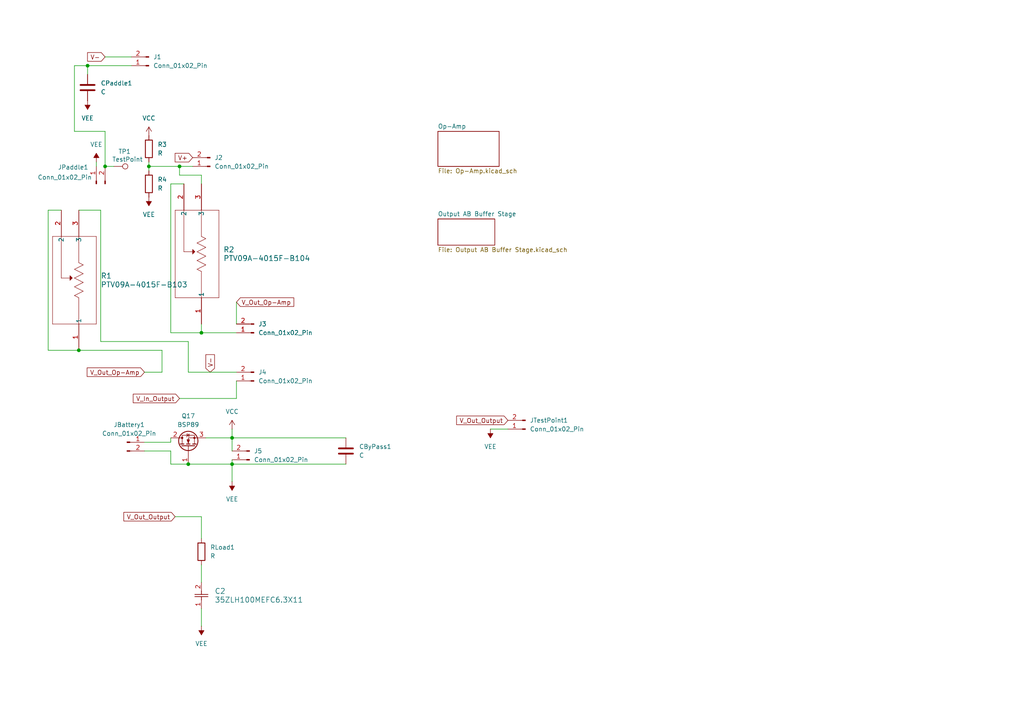
<source format=kicad_sch>
(kicad_sch
	(version 20250114)
	(generator "eeschema")
	(generator_version "9.0")
	(uuid "ae7489fb-4acd-4c47-9498-30070a4fb91b")
	(paper "A4")
	(lib_symbols
		(symbol "2025-11-17_23-20-27:PTV09A-4015F-B104"
			(pin_names
				(offset 0.254)
			)
			(exclude_from_sim no)
			(in_bom yes)
			(on_board yes)
			(property "Reference" "R"
				(at 20.32 12.7 0)
				(effects
					(font
						(size 1.524 1.524)
					)
				)
			)
			(property "Value" "PTV09A-4015F-B104"
				(at 20.32 10.16 0)
				(effects
					(font
						(size 1.524 1.524)
					)
				)
			)
			(property "Footprint" "PTV09A-4015F-B104_BRN"
				(at 0 0 0)
				(effects
					(font
						(size 1.27 1.27)
						(italic yes)
					)
					(hide yes)
				)
			)
			(property "Datasheet" "PTV09A-4015F-B104"
				(at 0 0 0)
				(effects
					(font
						(size 1.27 1.27)
						(italic yes)
					)
					(hide yes)
				)
			)
			(property "Description" ""
				(at 0 0 0)
				(effects
					(font
						(size 1.27 1.27)
					)
					(hide yes)
				)
			)
			(property "ki_locked" ""
				(at 0 0 0)
				(effects
					(font
						(size 1.27 1.27)
					)
				)
			)
			(property "ki_keywords" "PTV09A-4015F-B104"
				(at 0 0 0)
				(effects
					(font
						(size 1.27 1.27)
					)
					(hide yes)
				)
			)
			(property "ki_fp_filters" "PTV09A-4015F-B104_BRN"
				(at 0 0 0)
				(effects
					(font
						(size 1.27 1.27)
					)
					(hide yes)
				)
			)
			(symbol "PTV09A-4015F-B104_0_1"
				(polyline
					(pts
						(xy 7.62 7.62) (xy 7.62 -5.08)
					)
					(stroke
						(width 0.127)
						(type default)
					)
					(fill
						(type none)
					)
				)
				(polyline
					(pts
						(xy 7.62 0) (xy 15.24 0)
					)
					(stroke
						(width 0.127)
						(type default)
					)
					(fill
						(type none)
					)
				)
				(polyline
					(pts
						(xy 7.62 -5.08) (xy 33.02 -5.08)
					)
					(stroke
						(width 0.127)
						(type default)
					)
					(fill
						(type none)
					)
				)
				(polyline
					(pts
						(xy 15.875 1.27) (xy 15.24 0)
					)
					(stroke
						(width 0.127)
						(type default)
					)
					(fill
						(type none)
					)
				)
				(polyline
					(pts
						(xy 17.145 -1.27) (xy 15.875 1.27)
					)
					(stroke
						(width 0.127)
						(type default)
					)
					(fill
						(type none)
					)
				)
				(polyline
					(pts
						(xy 18.415 1.27) (xy 17.145 -1.27)
					)
					(stroke
						(width 0.127)
						(type default)
					)
					(fill
						(type none)
					)
				)
				(polyline
					(pts
						(xy 19.685 -1.27) (xy 18.415 1.27)
					)
					(stroke
						(width 0.127)
						(type default)
					)
					(fill
						(type none)
					)
				)
				(polyline
					(pts
						(xy 20.32 2.54) (xy 21.59 2.54) (xy 20.955 1.905)
					)
					(stroke
						(width 0)
						(type default)
					)
					(fill
						(type outline)
					)
				)
				(polyline
					(pts
						(xy 20.955 2.54) (xy 20.955 5.08)
					)
					(stroke
						(width 0.127)
						(type default)
					)
					(fill
						(type none)
					)
				)
				(polyline
					(pts
						(xy 20.955 1.905) (xy 20.32 2.54)
					)
					(stroke
						(width 0.127)
						(type default)
					)
					(fill
						(type none)
					)
				)
				(polyline
					(pts
						(xy 20.955 1.905) (xy 21.59 2.54)
					)
					(stroke
						(width 0.127)
						(type default)
					)
					(fill
						(type none)
					)
				)
				(polyline
					(pts
						(xy 20.955 1.27) (xy 19.685 -1.27)
					)
					(stroke
						(width 0.127)
						(type default)
					)
					(fill
						(type none)
					)
				)
				(polyline
					(pts
						(xy 20.955 1.27) (xy 22.225 -1.27)
					)
					(stroke
						(width 0.127)
						(type default)
					)
					(fill
						(type none)
					)
				)
				(polyline
					(pts
						(xy 21.59 2.54) (xy 20.32 2.54)
					)
					(stroke
						(width 0.127)
						(type default)
					)
					(fill
						(type none)
					)
				)
				(polyline
					(pts
						(xy 22.225 -1.27) (xy 23.495 1.27)
					)
					(stroke
						(width 0.127)
						(type default)
					)
					(fill
						(type none)
					)
				)
				(polyline
					(pts
						(xy 23.495 1.27) (xy 24.765 -1.27)
					)
					(stroke
						(width 0.127)
						(type default)
					)
					(fill
						(type none)
					)
				)
				(polyline
					(pts
						(xy 24.765 -1.27) (xy 25.4 0)
					)
					(stroke
						(width 0.127)
						(type default)
					)
					(fill
						(type none)
					)
				)
				(polyline
					(pts
						(xy 33.02 7.62) (xy 7.62 7.62)
					)
					(stroke
						(width 0.127)
						(type default)
					)
					(fill
						(type none)
					)
				)
				(polyline
					(pts
						(xy 33.02 5.08) (xy 20.955 5.08)
					)
					(stroke
						(width 0.127)
						(type default)
					)
					(fill
						(type none)
					)
				)
				(polyline
					(pts
						(xy 33.02 0) (xy 25.4 0)
					)
					(stroke
						(width 0.127)
						(type default)
					)
					(fill
						(type none)
					)
				)
				(polyline
					(pts
						(xy 33.02 -5.08) (xy 33.02 7.62)
					)
					(stroke
						(width 0.127)
						(type default)
					)
					(fill
						(type none)
					)
				)
				(pin unspecified line
					(at 0 0 0)
					(length 7.62)
					(name "1"
						(effects
							(font
								(size 1.27 1.27)
							)
						)
					)
					(number "1"
						(effects
							(font
								(size 1.27 1.27)
							)
						)
					)
				)
				(pin unspecified line
					(at 40.64 5.08 180)
					(length 7.62)
					(name "2"
						(effects
							(font
								(size 1.27 1.27)
							)
						)
					)
					(number "2"
						(effects
							(font
								(size 1.27 1.27)
							)
						)
					)
				)
				(pin unspecified line
					(at 40.64 0 180)
					(length 7.62)
					(name "3"
						(effects
							(font
								(size 1.27 1.27)
							)
						)
					)
					(number "3"
						(effects
							(font
								(size 1.27 1.27)
							)
						)
					)
				)
			)
			(embedded_fonts no)
		)
		(symbol "2025-11-18_22-05-50:35ZLH100MEFC6.3X11"
			(pin_names
				(offset 0.254)
			)
			(exclude_from_sim no)
			(in_bom yes)
			(on_board yes)
			(property "Reference" "C"
				(at 3.81 3.81 0)
				(effects
					(font
						(size 1.524 1.524)
					)
				)
			)
			(property "Value" "35ZLH100MEFC6.3X11"
				(at 3.81 -3.81 0)
				(effects
					(font
						(size 1.524 1.524)
					)
				)
			)
			(property "Footprint" "CAP_YX_6P3X11_RUB"
				(at 0 0 0)
				(effects
					(font
						(size 1.27 1.27)
						(italic yes)
					)
					(hide yes)
				)
			)
			(property "Datasheet" "35ZLH100MEFC6.3X11"
				(at 0 0 0)
				(effects
					(font
						(size 1.27 1.27)
						(italic yes)
					)
					(hide yes)
				)
			)
			(property "Description" ""
				(at 0 0 0)
				(effects
					(font
						(size 1.27 1.27)
					)
					(hide yes)
				)
			)
			(property "ki_locked" ""
				(at 0 0 0)
				(effects
					(font
						(size 1.27 1.27)
					)
				)
			)
			(property "ki_keywords" "35ZLH100MEFC6.3X11"
				(at 0 0 0)
				(effects
					(font
						(size 1.27 1.27)
					)
					(hide yes)
				)
			)
			(property "ki_fp_filters" "CAP_YX_6P3X11_RUB"
				(at 0 0 0)
				(effects
					(font
						(size 1.27 1.27)
					)
					(hide yes)
				)
			)
			(symbol "35ZLH100MEFC6.3X11_1_1"
				(polyline
					(pts
						(xy 2.54 0) (xy 3.4798 0)
					)
					(stroke
						(width 0.2032)
						(type default)
					)
					(fill
						(type none)
					)
				)
				(polyline
					(pts
						(xy 3.4798 -1.905) (xy 3.4798 1.905)
					)
					(stroke
						(width 0.2032)
						(type default)
					)
					(fill
						(type none)
					)
				)
				(polyline
					(pts
						(xy 4.1148 0) (xy 5.08 0)
					)
					(stroke
						(width 0.2032)
						(type default)
					)
					(fill
						(type none)
					)
				)
				(polyline
					(pts
						(xy 4.1148 -1.905) (xy 4.1148 1.905)
					)
					(stroke
						(width 0.2032)
						(type default)
					)
					(fill
						(type none)
					)
				)
				(pin unspecified line
					(at 0 0 0)
					(length 2.54)
					(name ""
						(effects
							(font
								(size 1.27 1.27)
							)
						)
					)
					(number "1"
						(effects
							(font
								(size 1.27 1.27)
							)
						)
					)
				)
				(pin unspecified line
					(at 7.62 0 180)
					(length 2.54)
					(name ""
						(effects
							(font
								(size 1.27 1.27)
							)
						)
					)
					(number "2"
						(effects
							(font
								(size 1.27 1.27)
							)
						)
					)
				)
			)
			(symbol "35ZLH100MEFC6.3X11_1_2"
				(polyline
					(pts
						(xy -1.905 -3.4798) (xy 1.905 -3.4798)
					)
					(stroke
						(width 0.2032)
						(type default)
					)
					(fill
						(type none)
					)
				)
				(polyline
					(pts
						(xy -1.905 -4.1148) (xy 1.905 -4.1148)
					)
					(stroke
						(width 0.2032)
						(type default)
					)
					(fill
						(type none)
					)
				)
				(polyline
					(pts
						(xy 0 -2.54) (xy 0 -3.4798)
					)
					(stroke
						(width 0.2032)
						(type default)
					)
					(fill
						(type none)
					)
				)
				(polyline
					(pts
						(xy 0 -4.1148) (xy 0 -5.08)
					)
					(stroke
						(width 0.2032)
						(type default)
					)
					(fill
						(type none)
					)
				)
				(pin unspecified line
					(at 0 0 270)
					(length 2.54)
					(name ""
						(effects
							(font
								(size 1.27 1.27)
							)
						)
					)
					(number "1"
						(effects
							(font
								(size 1.27 1.27)
							)
						)
					)
				)
				(pin unspecified line
					(at 0 -7.62 90)
					(length 2.54)
					(name ""
						(effects
							(font
								(size 1.27 1.27)
							)
						)
					)
					(number "2"
						(effects
							(font
								(size 1.27 1.27)
							)
						)
					)
				)
			)
			(embedded_fonts no)
		)
		(symbol "Connector:Conn_01x02_Pin"
			(pin_names
				(offset 1.016)
				(hide yes)
			)
			(exclude_from_sim no)
			(in_bom yes)
			(on_board yes)
			(property "Reference" "J"
				(at 0 2.54 0)
				(effects
					(font
						(size 1.27 1.27)
					)
				)
			)
			(property "Value" "Conn_01x02_Pin"
				(at 0 -5.08 0)
				(effects
					(font
						(size 1.27 1.27)
					)
				)
			)
			(property "Footprint" ""
				(at 0 0 0)
				(effects
					(font
						(size 1.27 1.27)
					)
					(hide yes)
				)
			)
			(property "Datasheet" "~"
				(at 0 0 0)
				(effects
					(font
						(size 1.27 1.27)
					)
					(hide yes)
				)
			)
			(property "Description" "Generic connector, single row, 01x02, script generated"
				(at 0 0 0)
				(effects
					(font
						(size 1.27 1.27)
					)
					(hide yes)
				)
			)
			(property "ki_locked" ""
				(at 0 0 0)
				(effects
					(font
						(size 1.27 1.27)
					)
				)
			)
			(property "ki_keywords" "connector"
				(at 0 0 0)
				(effects
					(font
						(size 1.27 1.27)
					)
					(hide yes)
				)
			)
			(property "ki_fp_filters" "Connector*:*_1x??_*"
				(at 0 0 0)
				(effects
					(font
						(size 1.27 1.27)
					)
					(hide yes)
				)
			)
			(symbol "Conn_01x02_Pin_1_1"
				(rectangle
					(start 0.8636 0.127)
					(end 0 -0.127)
					(stroke
						(width 0.1524)
						(type default)
					)
					(fill
						(type outline)
					)
				)
				(rectangle
					(start 0.8636 -2.413)
					(end 0 -2.667)
					(stroke
						(width 0.1524)
						(type default)
					)
					(fill
						(type outline)
					)
				)
				(polyline
					(pts
						(xy 1.27 0) (xy 0.8636 0)
					)
					(stroke
						(width 0.1524)
						(type default)
					)
					(fill
						(type none)
					)
				)
				(polyline
					(pts
						(xy 1.27 -2.54) (xy 0.8636 -2.54)
					)
					(stroke
						(width 0.1524)
						(type default)
					)
					(fill
						(type none)
					)
				)
				(pin passive line
					(at 5.08 0 180)
					(length 3.81)
					(name "Pin_1"
						(effects
							(font
								(size 1.27 1.27)
							)
						)
					)
					(number "1"
						(effects
							(font
								(size 1.27 1.27)
							)
						)
					)
				)
				(pin passive line
					(at 5.08 -2.54 180)
					(length 3.81)
					(name "Pin_2"
						(effects
							(font
								(size 1.27 1.27)
							)
						)
					)
					(number "2"
						(effects
							(font
								(size 1.27 1.27)
							)
						)
					)
				)
			)
			(embedded_fonts no)
		)
		(symbol "Connector:TestPoint"
			(pin_numbers
				(hide yes)
			)
			(pin_names
				(offset 0.762)
				(hide yes)
			)
			(exclude_from_sim no)
			(in_bom yes)
			(on_board yes)
			(property "Reference" "TP"
				(at 0 6.858 0)
				(effects
					(font
						(size 1.27 1.27)
					)
				)
			)
			(property "Value" "TestPoint"
				(at 0 5.08 0)
				(effects
					(font
						(size 1.27 1.27)
					)
				)
			)
			(property "Footprint" ""
				(at 5.08 0 0)
				(effects
					(font
						(size 1.27 1.27)
					)
					(hide yes)
				)
			)
			(property "Datasheet" "~"
				(at 5.08 0 0)
				(effects
					(font
						(size 1.27 1.27)
					)
					(hide yes)
				)
			)
			(property "Description" "test point"
				(at 0 0 0)
				(effects
					(font
						(size 1.27 1.27)
					)
					(hide yes)
				)
			)
			(property "ki_keywords" "test point tp"
				(at 0 0 0)
				(effects
					(font
						(size 1.27 1.27)
					)
					(hide yes)
				)
			)
			(property "ki_fp_filters" "Pin* Test*"
				(at 0 0 0)
				(effects
					(font
						(size 1.27 1.27)
					)
					(hide yes)
				)
			)
			(symbol "TestPoint_0_1"
				(circle
					(center 0 3.302)
					(radius 0.762)
					(stroke
						(width 0)
						(type default)
					)
					(fill
						(type none)
					)
				)
			)
			(symbol "TestPoint_1_1"
				(pin passive line
					(at 0 0 90)
					(length 2.54)
					(name "1"
						(effects
							(font
								(size 1.27 1.27)
							)
						)
					)
					(number "1"
						(effects
							(font
								(size 1.27 1.27)
							)
						)
					)
				)
			)
			(embedded_fonts no)
		)
		(symbol "Device:C"
			(pin_numbers
				(hide yes)
			)
			(pin_names
				(offset 0.254)
			)
			(exclude_from_sim no)
			(in_bom yes)
			(on_board yes)
			(property "Reference" "C"
				(at 0.635 2.54 0)
				(effects
					(font
						(size 1.27 1.27)
					)
					(justify left)
				)
			)
			(property "Value" "C"
				(at 0.635 -2.54 0)
				(effects
					(font
						(size 1.27 1.27)
					)
					(justify left)
				)
			)
			(property "Footprint" ""
				(at 0.9652 -3.81 0)
				(effects
					(font
						(size 1.27 1.27)
					)
					(hide yes)
				)
			)
			(property "Datasheet" "~"
				(at 0 0 0)
				(effects
					(font
						(size 1.27 1.27)
					)
					(hide yes)
				)
			)
			(property "Description" "Unpolarized capacitor"
				(at 0 0 0)
				(effects
					(font
						(size 1.27 1.27)
					)
					(hide yes)
				)
			)
			(property "ki_keywords" "cap capacitor"
				(at 0 0 0)
				(effects
					(font
						(size 1.27 1.27)
					)
					(hide yes)
				)
			)
			(property "ki_fp_filters" "C_*"
				(at 0 0 0)
				(effects
					(font
						(size 1.27 1.27)
					)
					(hide yes)
				)
			)
			(symbol "C_0_1"
				(polyline
					(pts
						(xy -2.032 0.762) (xy 2.032 0.762)
					)
					(stroke
						(width 0.508)
						(type default)
					)
					(fill
						(type none)
					)
				)
				(polyline
					(pts
						(xy -2.032 -0.762) (xy 2.032 -0.762)
					)
					(stroke
						(width 0.508)
						(type default)
					)
					(fill
						(type none)
					)
				)
			)
			(symbol "C_1_1"
				(pin passive line
					(at 0 3.81 270)
					(length 2.794)
					(name "~"
						(effects
							(font
								(size 1.27 1.27)
							)
						)
					)
					(number "1"
						(effects
							(font
								(size 1.27 1.27)
							)
						)
					)
				)
				(pin passive line
					(at 0 -3.81 90)
					(length 2.794)
					(name "~"
						(effects
							(font
								(size 1.27 1.27)
							)
						)
					)
					(number "2"
						(effects
							(font
								(size 1.27 1.27)
							)
						)
					)
				)
			)
			(embedded_fonts no)
		)
		(symbol "Device:R"
			(pin_numbers
				(hide yes)
			)
			(pin_names
				(offset 0)
			)
			(exclude_from_sim no)
			(in_bom yes)
			(on_board yes)
			(property "Reference" "R"
				(at 2.032 0 90)
				(effects
					(font
						(size 1.27 1.27)
					)
				)
			)
			(property "Value" "R"
				(at 0 0 90)
				(effects
					(font
						(size 1.27 1.27)
					)
				)
			)
			(property "Footprint" ""
				(at -1.778 0 90)
				(effects
					(font
						(size 1.27 1.27)
					)
					(hide yes)
				)
			)
			(property "Datasheet" "~"
				(at 0 0 0)
				(effects
					(font
						(size 1.27 1.27)
					)
					(hide yes)
				)
			)
			(property "Description" "Resistor"
				(at 0 0 0)
				(effects
					(font
						(size 1.27 1.27)
					)
					(hide yes)
				)
			)
			(property "ki_keywords" "R res resistor"
				(at 0 0 0)
				(effects
					(font
						(size 1.27 1.27)
					)
					(hide yes)
				)
			)
			(property "ki_fp_filters" "R_*"
				(at 0 0 0)
				(effects
					(font
						(size 1.27 1.27)
					)
					(hide yes)
				)
			)
			(symbol "R_0_1"
				(rectangle
					(start -1.016 -2.54)
					(end 1.016 2.54)
					(stroke
						(width 0.254)
						(type default)
					)
					(fill
						(type none)
					)
				)
			)
			(symbol "R_1_1"
				(pin passive line
					(at 0 3.81 270)
					(length 1.27)
					(name "~"
						(effects
							(font
								(size 1.27 1.27)
							)
						)
					)
					(number "1"
						(effects
							(font
								(size 1.27 1.27)
							)
						)
					)
				)
				(pin passive line
					(at 0 -3.81 90)
					(length 1.27)
					(name "~"
						(effects
							(font
								(size 1.27 1.27)
							)
						)
					)
					(number "2"
						(effects
							(font
								(size 1.27 1.27)
							)
						)
					)
				)
			)
			(embedded_fonts no)
		)
		(symbol "Transistor_FET:BSP89"
			(pin_names
				(hide yes)
			)
			(exclude_from_sim no)
			(in_bom yes)
			(on_board yes)
			(property "Reference" "Q"
				(at 5.08 1.905 0)
				(effects
					(font
						(size 1.27 1.27)
					)
					(justify left)
				)
			)
			(property "Value" "BSP89"
				(at 5.08 0 0)
				(effects
					(font
						(size 1.27 1.27)
					)
					(justify left)
				)
			)
			(property "Footprint" "Package_TO_SOT_SMD:SOT-223-3_TabPin2"
				(at 5.08 -1.905 0)
				(effects
					(font
						(size 1.27 1.27)
						(italic yes)
					)
					(justify left)
					(hide yes)
				)
			)
			(property "Datasheet" "https://www.infineon.com/dgdl/Infineon-BSP89-DS-v02_02-en.pdf?fileId=db3a30433b47825b013b4b8a07f90d55"
				(at 5.08 -3.81 0)
				(effects
					(font
						(size 1.27 1.27)
					)
					(justify left)
					(hide yes)
				)
			)
			(property "Description" "0.35A Id, 240V Vds, N-Channel Enhancement Mode MOSFET, SOT-223"
				(at 0 0 0)
				(effects
					(font
						(size 1.27 1.27)
					)
					(hide yes)
				)
			)
			(property "ki_keywords" "N-Channel MOSFET"
				(at 0 0 0)
				(effects
					(font
						(size 1.27 1.27)
					)
					(hide yes)
				)
			)
			(property "ki_fp_filters" "SOT?223*"
				(at 0 0 0)
				(effects
					(font
						(size 1.27 1.27)
					)
					(hide yes)
				)
			)
			(symbol "BSP89_0_1"
				(polyline
					(pts
						(xy 0.254 1.905) (xy 0.254 -1.905)
					)
					(stroke
						(width 0.254)
						(type default)
					)
					(fill
						(type none)
					)
				)
				(polyline
					(pts
						(xy 0.254 0) (xy -2.54 0)
					)
					(stroke
						(width 0)
						(type default)
					)
					(fill
						(type none)
					)
				)
				(polyline
					(pts
						(xy 0.762 2.286) (xy 0.762 1.27)
					)
					(stroke
						(width 0.254)
						(type default)
					)
					(fill
						(type none)
					)
				)
				(polyline
					(pts
						(xy 0.762 0.508) (xy 0.762 -0.508)
					)
					(stroke
						(width 0.254)
						(type default)
					)
					(fill
						(type none)
					)
				)
				(polyline
					(pts
						(xy 0.762 -1.27) (xy 0.762 -2.286)
					)
					(stroke
						(width 0.254)
						(type default)
					)
					(fill
						(type none)
					)
				)
				(polyline
					(pts
						(xy 0.762 -1.778) (xy 3.302 -1.778) (xy 3.302 1.778) (xy 0.762 1.778)
					)
					(stroke
						(width 0)
						(type default)
					)
					(fill
						(type none)
					)
				)
				(polyline
					(pts
						(xy 1.016 0) (xy 2.032 0.381) (xy 2.032 -0.381) (xy 1.016 0)
					)
					(stroke
						(width 0)
						(type default)
					)
					(fill
						(type outline)
					)
				)
				(circle
					(center 1.651 0)
					(radius 2.794)
					(stroke
						(width 0.254)
						(type default)
					)
					(fill
						(type none)
					)
				)
				(polyline
					(pts
						(xy 2.54 2.54) (xy 2.54 1.778)
					)
					(stroke
						(width 0)
						(type default)
					)
					(fill
						(type none)
					)
				)
				(circle
					(center 2.54 1.778)
					(radius 0.254)
					(stroke
						(width 0)
						(type default)
					)
					(fill
						(type outline)
					)
				)
				(circle
					(center 2.54 -1.778)
					(radius 0.254)
					(stroke
						(width 0)
						(type default)
					)
					(fill
						(type outline)
					)
				)
				(polyline
					(pts
						(xy 2.54 -2.54) (xy 2.54 0) (xy 0.762 0)
					)
					(stroke
						(width 0)
						(type default)
					)
					(fill
						(type none)
					)
				)
				(polyline
					(pts
						(xy 2.794 0.508) (xy 2.921 0.381) (xy 3.683 0.381) (xy 3.81 0.254)
					)
					(stroke
						(width 0)
						(type default)
					)
					(fill
						(type none)
					)
				)
				(polyline
					(pts
						(xy 3.302 0.381) (xy 2.921 -0.254) (xy 3.683 -0.254) (xy 3.302 0.381)
					)
					(stroke
						(width 0)
						(type default)
					)
					(fill
						(type none)
					)
				)
			)
			(symbol "BSP89_1_1"
				(pin input line
					(at -5.08 0 0)
					(length 2.54)
					(name "G"
						(effects
							(font
								(size 1.27 1.27)
							)
						)
					)
					(number "1"
						(effects
							(font
								(size 1.27 1.27)
							)
						)
					)
				)
				(pin passive line
					(at 2.54 5.08 270)
					(length 2.54)
					(name "D"
						(effects
							(font
								(size 1.27 1.27)
							)
						)
					)
					(number "2"
						(effects
							(font
								(size 1.27 1.27)
							)
						)
					)
				)
				(pin passive line
					(at 2.54 -5.08 90)
					(length 2.54)
					(name "S"
						(effects
							(font
								(size 1.27 1.27)
							)
						)
					)
					(number "3"
						(effects
							(font
								(size 1.27 1.27)
							)
						)
					)
				)
			)
			(embedded_fonts no)
		)
		(symbol "power:VCC"
			(power)
			(pin_numbers
				(hide yes)
			)
			(pin_names
				(offset 0)
				(hide yes)
			)
			(exclude_from_sim no)
			(in_bom yes)
			(on_board yes)
			(property "Reference" "#PWR"
				(at 0 -3.81 0)
				(effects
					(font
						(size 1.27 1.27)
					)
					(hide yes)
				)
			)
			(property "Value" "VCC"
				(at 0 3.556 0)
				(effects
					(font
						(size 1.27 1.27)
					)
				)
			)
			(property "Footprint" ""
				(at 0 0 0)
				(effects
					(font
						(size 1.27 1.27)
					)
					(hide yes)
				)
			)
			(property "Datasheet" ""
				(at 0 0 0)
				(effects
					(font
						(size 1.27 1.27)
					)
					(hide yes)
				)
			)
			(property "Description" "Power symbol creates a global label with name \"VCC\""
				(at 0 0 0)
				(effects
					(font
						(size 1.27 1.27)
					)
					(hide yes)
				)
			)
			(property "ki_keywords" "global power"
				(at 0 0 0)
				(effects
					(font
						(size 1.27 1.27)
					)
					(hide yes)
				)
			)
			(symbol "VCC_0_1"
				(polyline
					(pts
						(xy -0.762 1.27) (xy 0 2.54)
					)
					(stroke
						(width 0)
						(type default)
					)
					(fill
						(type none)
					)
				)
				(polyline
					(pts
						(xy 0 2.54) (xy 0.762 1.27)
					)
					(stroke
						(width 0)
						(type default)
					)
					(fill
						(type none)
					)
				)
				(polyline
					(pts
						(xy 0 0) (xy 0 2.54)
					)
					(stroke
						(width 0)
						(type default)
					)
					(fill
						(type none)
					)
				)
			)
			(symbol "VCC_1_1"
				(pin power_in line
					(at 0 0 90)
					(length 0)
					(name "~"
						(effects
							(font
								(size 1.27 1.27)
							)
						)
					)
					(number "1"
						(effects
							(font
								(size 1.27 1.27)
							)
						)
					)
				)
			)
			(embedded_fonts no)
		)
		(symbol "power:VEE"
			(power)
			(pin_numbers
				(hide yes)
			)
			(pin_names
				(offset 0)
				(hide yes)
			)
			(exclude_from_sim no)
			(in_bom yes)
			(on_board yes)
			(property "Reference" "#PWR"
				(at 0 -3.81 0)
				(effects
					(font
						(size 1.27 1.27)
					)
					(hide yes)
				)
			)
			(property "Value" "VEE"
				(at 0 3.556 0)
				(effects
					(font
						(size 1.27 1.27)
					)
				)
			)
			(property "Footprint" ""
				(at 0 0 0)
				(effects
					(font
						(size 1.27 1.27)
					)
					(hide yes)
				)
			)
			(property "Datasheet" ""
				(at 0 0 0)
				(effects
					(font
						(size 1.27 1.27)
					)
					(hide yes)
				)
			)
			(property "Description" "Power symbol creates a global label with name \"VEE\""
				(at 0 0 0)
				(effects
					(font
						(size 1.27 1.27)
					)
					(hide yes)
				)
			)
			(property "ki_keywords" "global power"
				(at 0 0 0)
				(effects
					(font
						(size 1.27 1.27)
					)
					(hide yes)
				)
			)
			(symbol "VEE_0_1"
				(polyline
					(pts
						(xy 0 0) (xy 0 2.54)
					)
					(stroke
						(width 0)
						(type default)
					)
					(fill
						(type none)
					)
				)
				(polyline
					(pts
						(xy 0.762 1.27) (xy -0.762 1.27) (xy 0 2.54) (xy 0.762 1.27)
					)
					(stroke
						(width 0)
						(type default)
					)
					(fill
						(type outline)
					)
				)
			)
			(symbol "VEE_1_1"
				(pin power_in line
					(at 0 0 90)
					(length 0)
					(name "~"
						(effects
							(font
								(size 1.27 1.27)
							)
						)
					)
					(number "1"
						(effects
							(font
								(size 1.27 1.27)
							)
						)
					)
				)
			)
			(embedded_fonts no)
		)
	)
	(junction
		(at 25.4 19.05)
		(diameter 0)
		(color 0 0 0 0)
		(uuid "2113c0f9-27de-4184-94e1-698374908d2d")
	)
	(junction
		(at 43.18 48.26)
		(diameter 0)
		(color 0 0 0 0)
		(uuid "236075d2-8186-4742-8028-f6fe854c08e1")
	)
	(junction
		(at 30.48 48.26)
		(diameter 0)
		(color 0 0 0 0)
		(uuid "52d5f098-cb18-419b-9a6d-2c71635205ce")
	)
	(junction
		(at 52.07 48.26)
		(diameter 0)
		(color 0 0 0 0)
		(uuid "8baaa89c-b18a-4d81-95be-3b6800046993")
	)
	(junction
		(at 54.61 134.62)
		(diameter 0)
		(color 0 0 0 0)
		(uuid "9910af26-cd21-4f1a-b712-6090b7834ed4")
	)
	(junction
		(at 67.31 134.62)
		(diameter 0)
		(color 0 0 0 0)
		(uuid "a3316c32-024a-428b-8b1f-28977004ebd1")
	)
	(junction
		(at 67.31 127)
		(diameter 0)
		(color 0 0 0 0)
		(uuid "b647e352-4faa-422f-832d-38207c725f13")
	)
	(junction
		(at 58.42 96.52)
		(diameter 0)
		(color 0 0 0 0)
		(uuid "cadff739-f45a-4d41-b459-d2b9619d5cd1")
	)
	(junction
		(at 22.86 101.6)
		(diameter 0)
		(color 0 0 0 0)
		(uuid "f4b15696-9d37-4965-a856-b2f836edab51")
	)
	(wire
		(pts
			(xy 30.48 48.26) (xy 33.02 48.26)
		)
		(stroke
			(width 0)
			(type default)
		)
		(uuid "0f37538b-8bdf-4556-afc9-2c415df4b897")
	)
	(wire
		(pts
			(xy 54.61 99.06) (xy 54.61 107.95)
		)
		(stroke
			(width 0)
			(type default)
		)
		(uuid "114c1044-996a-463d-8425-46fb5082ae18")
	)
	(wire
		(pts
			(xy 49.53 134.62) (xy 54.61 134.62)
		)
		(stroke
			(width 0)
			(type default)
		)
		(uuid "129664e7-7a46-4dc7-8e84-cf7de92de319")
	)
	(wire
		(pts
			(xy 58.42 163.83) (xy 58.42 168.91)
		)
		(stroke
			(width 0)
			(type default)
		)
		(uuid "163b4122-0db6-4c6f-a36d-cb09e1c9cf7e")
	)
	(wire
		(pts
			(xy 27.94 48.26) (xy 27.94 46.99)
		)
		(stroke
			(width 0)
			(type default)
		)
		(uuid "1746e194-5e25-48e3-bd9d-27a9a3b8a83b")
	)
	(wire
		(pts
			(xy 25.4 19.05) (xy 38.1 19.05)
		)
		(stroke
			(width 0)
			(type default)
		)
		(uuid "177584b5-f8dd-400e-b484-04abd2285292")
	)
	(wire
		(pts
			(xy 21.59 38.1) (xy 30.48 38.1)
		)
		(stroke
			(width 0)
			(type default)
		)
		(uuid "1a34af87-d065-408b-ab19-d0a9f75c23ba")
	)
	(wire
		(pts
			(xy 13.97 101.6) (xy 22.86 101.6)
		)
		(stroke
			(width 0)
			(type default)
		)
		(uuid "1a8b1615-72ec-4812-9bed-08ac9a739edb")
	)
	(wire
		(pts
			(xy 22.86 60.96) (xy 29.21 60.96)
		)
		(stroke
			(width 0)
			(type default)
		)
		(uuid "2002dc00-f0bf-4227-b49a-31707797fc75")
	)
	(wire
		(pts
			(xy 49.53 128.27) (xy 49.53 127)
		)
		(stroke
			(width 0)
			(type default)
		)
		(uuid "201997a9-d8f6-4dc5-b320-142cfb2a9428")
	)
	(wire
		(pts
			(xy 49.53 96.52) (xy 58.42 96.52)
		)
		(stroke
			(width 0)
			(type default)
		)
		(uuid "20ff0161-77bf-40e9-8fc9-1bb2cf3d3f4e")
	)
	(wire
		(pts
			(xy 58.42 96.52) (xy 58.42 93.98)
		)
		(stroke
			(width 0)
			(type default)
		)
		(uuid "24184251-249f-46aa-aafd-d335b3d6cbae")
	)
	(wire
		(pts
			(xy 49.53 130.81) (xy 49.53 134.62)
		)
		(stroke
			(width 0)
			(type default)
		)
		(uuid "2525f0e4-d4ac-41d8-b2af-1c83f7ba1ae8")
	)
	(wire
		(pts
			(xy 58.42 149.86) (xy 50.8 149.86)
		)
		(stroke
			(width 0)
			(type default)
		)
		(uuid "2dfe7207-e3b6-4c8f-ae9f-434da93ce2da")
	)
	(wire
		(pts
			(xy 67.31 127) (xy 67.31 130.81)
		)
		(stroke
			(width 0)
			(type default)
		)
		(uuid "2ef92a79-29a7-4c9e-84de-56b5893602e9")
	)
	(wire
		(pts
			(xy 58.42 53.34) (xy 58.42 50.8)
		)
		(stroke
			(width 0)
			(type default)
		)
		(uuid "317056de-92ac-4fa6-94a2-8674ff6f64e1")
	)
	(wire
		(pts
			(xy 67.31 133.35) (xy 67.31 134.62)
		)
		(stroke
			(width 0)
			(type default)
		)
		(uuid "37f5734d-790d-4c8a-8941-f8b78a1831a0")
	)
	(wire
		(pts
			(xy 43.18 46.99) (xy 43.18 48.26)
		)
		(stroke
			(width 0)
			(type default)
		)
		(uuid "3a11753a-f9a0-481d-8dc8-3da4e04ca285")
	)
	(wire
		(pts
			(xy 13.97 60.96) (xy 13.97 101.6)
		)
		(stroke
			(width 0)
			(type default)
		)
		(uuid "3cf692af-57c4-429c-8bd6-dfd563e1e3af")
	)
	(wire
		(pts
			(xy 43.18 48.26) (xy 52.07 48.26)
		)
		(stroke
			(width 0)
			(type default)
		)
		(uuid "473f90a2-4bfb-4ab2-882f-d20f4ca734ed")
	)
	(wire
		(pts
			(xy 67.31 134.62) (xy 67.31 139.7)
		)
		(stroke
			(width 0)
			(type default)
		)
		(uuid "4771c7a5-a74e-4fa4-a188-7941e26bb1ca")
	)
	(wire
		(pts
			(xy 58.42 156.21) (xy 58.42 149.86)
		)
		(stroke
			(width 0)
			(type default)
		)
		(uuid "4e6a59f4-cc4b-45bc-be99-f1a7a1f45a07")
	)
	(wire
		(pts
			(xy 30.48 38.1) (xy 30.48 48.26)
		)
		(stroke
			(width 0)
			(type default)
		)
		(uuid "66cecaeb-fb1c-4ab6-8f83-8d62aa1c4a6f")
	)
	(wire
		(pts
			(xy 43.18 49.53) (xy 43.18 48.26)
		)
		(stroke
			(width 0)
			(type default)
		)
		(uuid "7b02f0cb-943d-4d43-bb80-f91f3a179455")
	)
	(wire
		(pts
			(xy 52.07 48.26) (xy 55.88 48.26)
		)
		(stroke
			(width 0)
			(type default)
		)
		(uuid "8181b36e-7da6-47ef-9628-fd8dc2655919")
	)
	(wire
		(pts
			(xy 29.21 99.06) (xy 54.61 99.06)
		)
		(stroke
			(width 0)
			(type default)
		)
		(uuid "89747acd-2345-4d4f-8191-680be976eaf9")
	)
	(wire
		(pts
			(xy 58.42 96.52) (xy 68.58 96.52)
		)
		(stroke
			(width 0)
			(type default)
		)
		(uuid "908ba199-4f2f-4bca-949b-036e1f0474e4")
	)
	(wire
		(pts
			(xy 41.91 130.81) (xy 49.53 130.81)
		)
		(stroke
			(width 0)
			(type default)
		)
		(uuid "918c8f62-b44f-4f2f-8960-996d90a24ab8")
	)
	(wire
		(pts
			(xy 100.33 134.62) (xy 67.31 134.62)
		)
		(stroke
			(width 0)
			(type default)
		)
		(uuid "922301da-fc8a-4af1-8540-6ccec11c4d14")
	)
	(wire
		(pts
			(xy 22.86 101.6) (xy 46.99 101.6)
		)
		(stroke
			(width 0)
			(type default)
		)
		(uuid "9262121f-26e6-451d-8777-a5ff85c45d83")
	)
	(wire
		(pts
			(xy 58.42 176.53) (xy 58.42 181.61)
		)
		(stroke
			(width 0)
			(type default)
		)
		(uuid "9277b104-4d36-4acd-b9e3-2a4473a82f37")
	)
	(wire
		(pts
			(xy 54.61 134.62) (xy 67.31 134.62)
		)
		(stroke
			(width 0)
			(type default)
		)
		(uuid "942f23f6-2df8-4a30-a218-7b63463f2efc")
	)
	(wire
		(pts
			(xy 52.07 50.8) (xy 52.07 48.26)
		)
		(stroke
			(width 0)
			(type default)
		)
		(uuid "a9029ad0-d55d-4435-8605-baf7fe060117")
	)
	(wire
		(pts
			(xy 49.53 53.34) (xy 49.53 96.52)
		)
		(stroke
			(width 0)
			(type default)
		)
		(uuid "a99a77ee-bd41-496a-9421-49f20d16489c")
	)
	(wire
		(pts
			(xy 46.99 101.6) (xy 46.99 107.95)
		)
		(stroke
			(width 0)
			(type default)
		)
		(uuid "ad7df97a-b578-4f46-822e-1f0ad2981eeb")
	)
	(wire
		(pts
			(xy 30.48 16.51) (xy 38.1 16.51)
		)
		(stroke
			(width 0)
			(type default)
		)
		(uuid "ae2808e0-12a2-4530-9c0d-7af02cb0b33c")
	)
	(wire
		(pts
			(xy 21.59 19.05) (xy 25.4 19.05)
		)
		(stroke
			(width 0)
			(type default)
		)
		(uuid "af6ce147-413b-46c9-8d1d-7ff25a19bbef")
	)
	(wire
		(pts
			(xy 46.99 107.95) (xy 41.91 107.95)
		)
		(stroke
			(width 0)
			(type default)
		)
		(uuid "b0cc14b7-77a8-4ca3-a6bf-f4249b87fa0b")
	)
	(wire
		(pts
			(xy 67.31 124.46) (xy 67.31 127)
		)
		(stroke
			(width 0)
			(type default)
		)
		(uuid "b919b6f8-65af-493a-afbb-69a0c5cb7369")
	)
	(wire
		(pts
			(xy 67.31 127) (xy 100.33 127)
		)
		(stroke
			(width 0)
			(type default)
		)
		(uuid "beda5341-246c-40ef-a30a-eed320ea8d03")
	)
	(wire
		(pts
			(xy 41.91 128.27) (xy 49.53 128.27)
		)
		(stroke
			(width 0)
			(type default)
		)
		(uuid "c1382c34-2325-4d2c-9aab-6893fab3b48a")
	)
	(wire
		(pts
			(xy 25.4 21.59) (xy 25.4 19.05)
		)
		(stroke
			(width 0)
			(type default)
		)
		(uuid "c2373e30-8180-4389-a9fe-1bc0d1acf9e3")
	)
	(wire
		(pts
			(xy 52.07 115.57) (xy 68.58 115.57)
		)
		(stroke
			(width 0)
			(type default)
		)
		(uuid "c31e10ec-5e12-43e4-92ed-d0210e8ed0a3")
	)
	(wire
		(pts
			(xy 53.34 53.34) (xy 49.53 53.34)
		)
		(stroke
			(width 0)
			(type default)
		)
		(uuid "c3c229ba-2475-4de3-8ff3-b57c89e1e1aa")
	)
	(wire
		(pts
			(xy 68.58 87.63) (xy 68.58 93.98)
		)
		(stroke
			(width 0)
			(type default)
		)
		(uuid "c99d33db-d9fe-4c4d-8909-60b7aaba60d4")
	)
	(wire
		(pts
			(xy 17.78 60.96) (xy 13.97 60.96)
		)
		(stroke
			(width 0)
			(type default)
		)
		(uuid "d511b47d-fa45-4ddc-bc7a-d811d115943b")
	)
	(wire
		(pts
			(xy 142.24 124.46) (xy 147.32 124.46)
		)
		(stroke
			(width 0)
			(type default)
		)
		(uuid "d757e638-7c68-4953-8615-f4b80523cb8b")
	)
	(wire
		(pts
			(xy 58.42 50.8) (xy 52.07 50.8)
		)
		(stroke
			(width 0)
			(type default)
		)
		(uuid "dac50127-207a-4a99-b21b-966ec6f22eaa")
	)
	(wire
		(pts
			(xy 54.61 107.95) (xy 68.58 107.95)
		)
		(stroke
			(width 0)
			(type default)
		)
		(uuid "db995a1a-c135-4e82-8ba6-fbe48a040d75")
	)
	(wire
		(pts
			(xy 68.58 115.57) (xy 68.58 110.49)
		)
		(stroke
			(width 0)
			(type default)
		)
		(uuid "eff7c21a-6b60-4520-8cae-518cab24cdf5")
	)
	(wire
		(pts
			(xy 21.59 19.05) (xy 21.59 38.1)
		)
		(stroke
			(width 0)
			(type default)
		)
		(uuid "f45f2862-0fb0-49d8-93b0-0a67d1dce9e5")
	)
	(wire
		(pts
			(xy 29.21 60.96) (xy 29.21 99.06)
		)
		(stroke
			(width 0)
			(type default)
		)
		(uuid "f951ecef-7fb3-4bd3-86ee-f2dbd350a4dc")
	)
	(wire
		(pts
			(xy 59.69 127) (xy 67.31 127)
		)
		(stroke
			(width 0)
			(type default)
		)
		(uuid "fd6e99c0-cb21-4d11-9d43-6f3dcbc6713f")
	)
	(global_label "V_Out_Output"
		(shape input)
		(at 50.8 149.86 180)
		(fields_autoplaced yes)
		(effects
			(font
				(size 1.27 1.27)
			)
			(justify right)
		)
		(uuid "716e864d-fcb7-4966-b5e4-fdc180e81079")
		(property "Intersheetrefs" "${INTERSHEET_REFS}"
			(at 35.3569 149.86 0)
			(effects
				(font
					(size 1.27 1.27)
				)
				(justify right)
				(hide yes)
			)
		)
	)
	(global_label "V-"
		(shape input)
		(at 30.48 16.51 180)
		(fields_autoplaced yes)
		(effects
			(font
				(size 1.27 1.27)
			)
			(justify right)
		)
		(uuid "a84e15e1-ac9f-4557-b6c0-79952f3b923c")
		(property "Intersheetrefs" "${INTERSHEET_REFS}"
			(at 24.8338 16.51 0)
			(effects
				(font
					(size 1.27 1.27)
				)
				(justify right)
				(hide yes)
			)
		)
	)
	(global_label "V-"
		(shape input)
		(at 60.96 107.95 90)
		(fields_autoplaced yes)
		(effects
			(font
				(size 1.27 1.27)
			)
			(justify left)
		)
		(uuid "ac496ca2-c31b-41f4-baae-9dc2db08e8c1")
		(property "Intersheetrefs" "${INTERSHEET_REFS}"
			(at 60.96 102.3038 90)
			(effects
				(font
					(size 1.27 1.27)
				)
				(justify left)
				(hide yes)
			)
		)
	)
	(global_label "V_In_Output"
		(shape input)
		(at 52.07 115.57 180)
		(fields_autoplaced yes)
		(effects
			(font
				(size 1.27 1.27)
			)
			(justify right)
		)
		(uuid "b1c7f312-cab0-4694-8f85-b8552d377128")
		(property "Intersheetrefs" "${INTERSHEET_REFS}"
			(at 38.0783 115.57 0)
			(effects
				(font
					(size 1.27 1.27)
				)
				(justify right)
				(hide yes)
			)
		)
	)
	(global_label "V_Out_Op-Amp"
		(shape input)
		(at 68.58 87.63 0)
		(fields_autoplaced yes)
		(effects
			(font
				(size 1.27 1.27)
			)
			(justify left)
		)
		(uuid "b9ef3553-2e42-4a3f-81cc-06f226da7d45")
		(property "Intersheetrefs" "${INTERSHEET_REFS}"
			(at 85.777 87.63 0)
			(effects
				(font
					(size 1.27 1.27)
				)
				(justify left)
				(hide yes)
			)
		)
	)
	(global_label "V_Out_Op-Amp"
		(shape input)
		(at 41.91 107.95 180)
		(fields_autoplaced yes)
		(effects
			(font
				(size 1.27 1.27)
			)
			(justify right)
		)
		(uuid "dc0f1577-2932-42ca-97f6-36cc37966f87")
		(property "Intersheetrefs" "${INTERSHEET_REFS}"
			(at 24.713 107.95 0)
			(effects
				(font
					(size 1.27 1.27)
				)
				(justify right)
				(hide yes)
			)
		)
	)
	(global_label "V_Out_Output"
		(shape input)
		(at 147.32 121.92 180)
		(fields_autoplaced yes)
		(effects
			(font
				(size 1.27 1.27)
			)
			(justify right)
		)
		(uuid "e61f5c83-1e25-495f-a5ba-94ecf4fabde2")
		(property "Intersheetrefs" "${INTERSHEET_REFS}"
			(at 131.8769 121.92 0)
			(effects
				(font
					(size 1.27 1.27)
				)
				(justify right)
				(hide yes)
			)
		)
	)
	(global_label "V+"
		(shape input)
		(at 55.88 45.72 180)
		(fields_autoplaced yes)
		(effects
			(font
				(size 1.27 1.27)
			)
			(justify right)
		)
		(uuid "f2dfaaa8-bc4c-4129-9257-7838118480ed")
		(property "Intersheetrefs" "${INTERSHEET_REFS}"
			(at 50.2338 45.72 0)
			(effects
				(font
					(size 1.27 1.27)
				)
				(justify right)
				(hide yes)
			)
		)
	)
	(symbol
		(lib_id "Device:C")
		(at 25.4 25.4 0)
		(unit 1)
		(exclude_from_sim no)
		(in_bom yes)
		(on_board yes)
		(dnp no)
		(fields_autoplaced yes)
		(uuid "006f5bb3-da8d-4ee4-92f2-68a85a58ad49")
		(property "Reference" "CPaddle1"
			(at 29.21 24.1299 0)
			(effects
				(font
					(size 1.27 1.27)
				)
				(justify left)
			)
		)
		(property "Value" "C"
			(at 29.21 26.6699 0)
			(effects
				(font
					(size 1.27 1.27)
				)
				(justify left)
			)
		)
		(property "Footprint" "ECA_1HHG330:CAPPRD200W50D500H1100"
			(at 26.3652 29.21 0)
			(effects
				(font
					(size 1.27 1.27)
				)
				(hide yes)
			)
		)
		(property "Datasheet" "~"
			(at 25.4 25.4 0)
			(effects
				(font
					(size 1.27 1.27)
				)
				(hide yes)
			)
		)
		(property "Description" "Unpolarized capacitor"
			(at 25.4 25.4 0)
			(effects
				(font
					(size 1.27 1.27)
				)
				(hide yes)
			)
		)
		(pin "2"
			(uuid "76b27108-e44e-4107-ba38-4a0a2b951c91")
		)
		(pin "1"
			(uuid "d680fcff-0e5b-4b03-833b-6489218638f1")
		)
		(instances
			(project "ECE 3660 Design Project"
				(path "/ae7489fb-4acd-4c47-9498-30070a4fb91b"
					(reference "CPaddle1")
					(unit 1)
				)
			)
		)
	)
	(symbol
		(lib_id "Device:R")
		(at 43.18 53.34 0)
		(unit 1)
		(exclude_from_sim no)
		(in_bom yes)
		(on_board yes)
		(dnp no)
		(fields_autoplaced yes)
		(uuid "0b1976f7-f122-490c-8a52-b07d4d95f3c9")
		(property "Reference" "R4"
			(at 45.72 52.0699 0)
			(effects
				(font
					(size 1.27 1.27)
				)
				(justify left)
			)
		)
		(property "Value" "R"
			(at 45.72 54.6099 0)
			(effects
				(font
					(size 1.27 1.27)
				)
				(justify left)
			)
		)
		(property "Footprint" "Resistor:YAG_MF25_YAG"
			(at 41.402 53.34 90)
			(effects
				(font
					(size 1.27 1.27)
				)
				(hide yes)
			)
		)
		(property "Datasheet" "~"
			(at 43.18 53.34 0)
			(effects
				(font
					(size 1.27 1.27)
				)
				(hide yes)
			)
		)
		(property "Description" "Resistor"
			(at 43.18 53.34 0)
			(effects
				(font
					(size 1.27 1.27)
				)
				(hide yes)
			)
		)
		(pin "1"
			(uuid "211774b8-5ab9-4979-bd5b-8e5791d73eac")
		)
		(pin "2"
			(uuid "de92bd54-2a42-4d54-8a08-e430863379df")
		)
		(instances
			(project "ECE 3660 Design Project"
				(path "/ae7489fb-4acd-4c47-9498-30070a4fb91b"
					(reference "R4")
					(unit 1)
				)
			)
		)
	)
	(symbol
		(lib_id "power:VEE")
		(at 58.42 181.61 180)
		(unit 1)
		(exclude_from_sim no)
		(in_bom yes)
		(on_board yes)
		(dnp no)
		(fields_autoplaced yes)
		(uuid "26e25a9e-3dc2-4f16-8a59-d56cf1988962")
		(property "Reference" "#PWR05"
			(at 58.42 177.8 0)
			(effects
				(font
					(size 1.27 1.27)
				)
				(hide yes)
			)
		)
		(property "Value" "VEE"
			(at 58.42 186.69 0)
			(effects
				(font
					(size 1.27 1.27)
				)
			)
		)
		(property "Footprint" ""
			(at 58.42 181.61 0)
			(effects
				(font
					(size 1.27 1.27)
				)
				(hide yes)
			)
		)
		(property "Datasheet" ""
			(at 58.42 181.61 0)
			(effects
				(font
					(size 1.27 1.27)
				)
				(hide yes)
			)
		)
		(property "Description" "Power symbol creates a global label with name \"VEE\""
			(at 58.42 181.61 0)
			(effects
				(font
					(size 1.27 1.27)
				)
				(hide yes)
			)
		)
		(pin "1"
			(uuid "da951d30-6806-48df-b86e-a060d0f8378e")
		)
		(instances
			(project "ECE 3660 Design Project"
				(path "/ae7489fb-4acd-4c47-9498-30070a4fb91b"
					(reference "#PWR05")
					(unit 1)
				)
			)
		)
	)
	(symbol
		(lib_id "Device:R")
		(at 58.42 160.02 0)
		(unit 1)
		(exclude_from_sim no)
		(in_bom yes)
		(on_board yes)
		(dnp no)
		(fields_autoplaced yes)
		(uuid "2cd5b311-46b2-498f-95d3-16c6df593ccc")
		(property "Reference" "RLoad1"
			(at 60.96 158.7499 0)
			(effects
				(font
					(size 1.27 1.27)
				)
				(justify left)
			)
		)
		(property "Value" "R"
			(at 60.96 161.2899 0)
			(effects
				(font
					(size 1.27 1.27)
				)
				(justify left)
			)
		)
		(property "Footprint" "Connector_Wire:SolderWire-0.1sqmm_1x02_P3.6mm_D0.4mm_OD1mm_Relief2x"
			(at 56.642 160.02 90)
			(effects
				(font
					(size 1.27 1.27)
				)
				(hide yes)
			)
		)
		(property "Datasheet" "~"
			(at 58.42 160.02 0)
			(effects
				(font
					(size 1.27 1.27)
				)
				(hide yes)
			)
		)
		(property "Description" "Resistor"
			(at 58.42 160.02 0)
			(effects
				(font
					(size 1.27 1.27)
				)
				(hide yes)
			)
		)
		(pin "2"
			(uuid "5498378d-7bca-4510-be5b-5d343b6433b3")
		)
		(pin "1"
			(uuid "89804a41-1aa9-4a37-acbb-fc420770d678")
		)
		(instances
			(project ""
				(path "/ae7489fb-4acd-4c47-9498-30070a4fb91b"
					(reference "RLoad1")
					(unit 1)
				)
			)
		)
	)
	(symbol
		(lib_id "2025-11-18_22-05-50:35ZLH100MEFC6.3X11")
		(at 58.42 176.53 90)
		(unit 1)
		(exclude_from_sim no)
		(in_bom yes)
		(on_board yes)
		(dnp no)
		(fields_autoplaced yes)
		(uuid "2ef7bb66-f008-47ac-a63b-f2594ffdf51a")
		(property "Reference" "C2"
			(at 62.23 171.4499 90)
			(effects
				(font
					(size 1.524 1.524)
				)
				(justify right)
			)
		)
		(property "Value" "35ZLH100MEFC6.3X11"
			(at 62.23 173.9899 90)
			(effects
				(font
					(size 1.524 1.524)
				)
				(justify right)
			)
		)
		(property "Footprint" "35ZLH100MEFC6_3X11:CAP_YX_6P3X11_RUB"
			(at 58.42 176.53 0)
			(effects
				(font
					(size 1.27 1.27)
					(italic yes)
				)
				(hide yes)
			)
		)
		(property "Datasheet" "35ZLH100MEFC6.3X11"
			(at 58.42 176.53 0)
			(effects
				(font
					(size 1.27 1.27)
					(italic yes)
				)
				(hide yes)
			)
		)
		(property "Description" ""
			(at 58.42 176.53 0)
			(effects
				(font
					(size 1.27 1.27)
				)
				(hide yes)
			)
		)
		(pin "1"
			(uuid "f502eaea-ce77-4c0a-9f5f-34b9f6777d49")
		)
		(pin "2"
			(uuid "f1f8aa37-55ec-4192-bb61-5c9592794e90")
		)
		(instances
			(project ""
				(path "/ae7489fb-4acd-4c47-9498-30070a4fb91b"
					(reference "C2")
					(unit 1)
				)
			)
		)
	)
	(symbol
		(lib_id "Connector:Conn_01x02_Pin")
		(at 43.18 19.05 180)
		(unit 1)
		(exclude_from_sim no)
		(in_bom yes)
		(on_board yes)
		(dnp no)
		(fields_autoplaced yes)
		(uuid "33616ae7-4442-41b9-a6b8-42ee5db03937")
		(property "Reference" "J1"
			(at 44.45 16.5099 0)
			(effects
				(font
					(size 1.27 1.27)
				)
				(justify right)
			)
		)
		(property "Value" "Conn_01x02_Pin"
			(at 44.45 19.0499 0)
			(effects
				(font
					(size 1.27 1.27)
				)
				(justify right)
			)
		)
		(property "Footprint" "M20_9990246:HARWIN_M20-9990246"
			(at 43.18 19.05 0)
			(effects
				(font
					(size 1.27 1.27)
				)
				(hide yes)
			)
		)
		(property "Datasheet" "~"
			(at 43.18 19.05 0)
			(effects
				(font
					(size 1.27 1.27)
				)
				(hide yes)
			)
		)
		(property "Description" "Generic connector, single row, 01x02, script generated"
			(at 43.18 19.05 0)
			(effects
				(font
					(size 1.27 1.27)
				)
				(hide yes)
			)
		)
		(pin "1"
			(uuid "d60c402d-e4fb-48e1-bc8f-3cf0fd2d3fcb")
		)
		(pin "2"
			(uuid "f9ea833c-fda5-4e0d-bdac-e03769e8c018")
		)
		(instances
			(project ""
				(path "/ae7489fb-4acd-4c47-9498-30070a4fb91b"
					(reference "J1")
					(unit 1)
				)
			)
		)
	)
	(symbol
		(lib_id "power:VCC")
		(at 43.18 39.37 0)
		(unit 1)
		(exclude_from_sim no)
		(in_bom yes)
		(on_board yes)
		(dnp no)
		(fields_autoplaced yes)
		(uuid "346809d6-ce31-45fc-ac12-6f04da54d498")
		(property "Reference" "#PWR07"
			(at 43.18 43.18 0)
			(effects
				(font
					(size 1.27 1.27)
				)
				(hide yes)
			)
		)
		(property "Value" "VCC"
			(at 43.18 34.29 0)
			(effects
				(font
					(size 1.27 1.27)
				)
			)
		)
		(property "Footprint" ""
			(at 43.18 39.37 0)
			(effects
				(font
					(size 1.27 1.27)
				)
				(hide yes)
			)
		)
		(property "Datasheet" ""
			(at 43.18 39.37 0)
			(effects
				(font
					(size 1.27 1.27)
				)
				(hide yes)
			)
		)
		(property "Description" "Power symbol creates a global label with name \"VCC\""
			(at 43.18 39.37 0)
			(effects
				(font
					(size 1.27 1.27)
				)
				(hide yes)
			)
		)
		(pin "1"
			(uuid "c9985c92-0b78-4cc8-9323-06d30081033f")
		)
		(instances
			(project ""
				(path "/ae7489fb-4acd-4c47-9498-30070a4fb91b"
					(reference "#PWR07")
					(unit 1)
				)
			)
		)
	)
	(symbol
		(lib_id "Connector:Conn_01x02_Pin")
		(at 72.39 133.35 180)
		(unit 1)
		(exclude_from_sim no)
		(in_bom yes)
		(on_board yes)
		(dnp no)
		(fields_autoplaced yes)
		(uuid "3486afdc-2c39-4985-b1f7-de681f33e4ef")
		(property "Reference" "J5"
			(at 73.66 130.8099 0)
			(effects
				(font
					(size 1.27 1.27)
				)
				(justify right)
			)
		)
		(property "Value" "Conn_01x02_Pin"
			(at 73.66 133.3499 0)
			(effects
				(font
					(size 1.27 1.27)
				)
				(justify right)
			)
		)
		(property "Footprint" "M20_9990246:HARWIN_M20-9990246"
			(at 72.39 133.35 0)
			(effects
				(font
					(size 1.27 1.27)
				)
				(hide yes)
			)
		)
		(property "Datasheet" "~"
			(at 72.39 133.35 0)
			(effects
				(font
					(size 1.27 1.27)
				)
				(hide yes)
			)
		)
		(property "Description" "Generic connector, single row, 01x02, script generated"
			(at 72.39 133.35 0)
			(effects
				(font
					(size 1.27 1.27)
				)
				(hide yes)
			)
		)
		(pin "1"
			(uuid "8c412244-232a-4dd4-9131-e7414eb5531a")
		)
		(pin "2"
			(uuid "299309ad-556b-40bf-8b99-fd581b5baa3f")
		)
		(instances
			(project "ECE 3660 Design Project"
				(path "/ae7489fb-4acd-4c47-9498-30070a4fb91b"
					(reference "J5")
					(unit 1)
				)
			)
		)
	)
	(symbol
		(lib_id "Transistor_FET:BSP89")
		(at 54.61 129.54 90)
		(unit 1)
		(exclude_from_sim no)
		(in_bom yes)
		(on_board yes)
		(dnp no)
		(fields_autoplaced yes)
		(uuid "35bc3d3b-2527-42e3-8f72-e2bd96313f59")
		(property "Reference" "Q17"
			(at 54.61 120.65 90)
			(effects
				(font
					(size 1.27 1.27)
				)
			)
		)
		(property "Value" "BSP89"
			(at 54.61 123.19 90)
			(effects
				(font
					(size 1.27 1.27)
				)
			)
		)
		(property "Footprint" "Package_TO_SOT_SMD:SOT-223-3_TabPin2"
			(at 56.515 124.46 0)
			(effects
				(font
					(size 1.27 1.27)
					(italic yes)
				)
				(justify left)
				(hide yes)
			)
		)
		(property "Datasheet" "https://www.infineon.com/dgdl/Infineon-BSP89-DS-v02_02-en.pdf?fileId=db3a30433b47825b013b4b8a07f90d55"
			(at 58.42 124.46 0)
			(effects
				(font
					(size 1.27 1.27)
				)
				(justify left)
				(hide yes)
			)
		)
		(property "Description" "0.35A Id, 240V Vds, N-Channel Enhancement Mode MOSFET, SOT-223"
			(at 54.61 129.54 0)
			(effects
				(font
					(size 1.27 1.27)
				)
				(hide yes)
			)
		)
		(pin "2"
			(uuid "799db51c-d8fc-432a-90dc-3f178163cca8")
		)
		(pin "1"
			(uuid "0c89a308-ef92-4ff0-bba7-c5de1aa0d667")
		)
		(pin "3"
			(uuid "aaec6a0e-6e6c-49d6-891c-2fe4e84dfee8")
		)
		(instances
			(project ""
				(path "/ae7489fb-4acd-4c47-9498-30070a4fb91b"
					(reference "Q17")
					(unit 1)
				)
			)
		)
	)
	(symbol
		(lib_id "Device:R")
		(at 43.18 43.18 0)
		(unit 1)
		(exclude_from_sim no)
		(in_bom yes)
		(on_board yes)
		(dnp no)
		(fields_autoplaced yes)
		(uuid "3c5dc7de-93d2-45e4-9671-dd8bc20a358d")
		(property "Reference" "R3"
			(at 45.72 41.9099 0)
			(effects
				(font
					(size 1.27 1.27)
				)
				(justify left)
			)
		)
		(property "Value" "R"
			(at 45.72 44.4499 0)
			(effects
				(font
					(size 1.27 1.27)
				)
				(justify left)
			)
		)
		(property "Footprint" "Resistor:YAG_MF25_YAG"
			(at 41.402 43.18 90)
			(effects
				(font
					(size 1.27 1.27)
				)
				(hide yes)
			)
		)
		(property "Datasheet" "~"
			(at 43.18 43.18 0)
			(effects
				(font
					(size 1.27 1.27)
				)
				(hide yes)
			)
		)
		(property "Description" "Resistor"
			(at 43.18 43.18 0)
			(effects
				(font
					(size 1.27 1.27)
				)
				(hide yes)
			)
		)
		(pin "1"
			(uuid "0a74d062-0ed7-4ba4-af6f-660e967eaf87")
		)
		(pin "2"
			(uuid "9485dc62-fcf7-4f0b-87c7-11e99c556289")
		)
		(instances
			(project ""
				(path "/ae7489fb-4acd-4c47-9498-30070a4fb91b"
					(reference "R3")
					(unit 1)
				)
			)
		)
	)
	(symbol
		(lib_id "Connector:Conn_01x02_Pin")
		(at 73.66 110.49 180)
		(unit 1)
		(exclude_from_sim no)
		(in_bom yes)
		(on_board yes)
		(dnp no)
		(fields_autoplaced yes)
		(uuid "6397b3e1-d739-41c4-a7e2-aa8e48d0b12e")
		(property "Reference" "J4"
			(at 74.93 107.9499 0)
			(effects
				(font
					(size 1.27 1.27)
				)
				(justify right)
			)
		)
		(property "Value" "Conn_01x02_Pin"
			(at 74.93 110.4899 0)
			(effects
				(font
					(size 1.27 1.27)
				)
				(justify right)
			)
		)
		(property "Footprint" "M20_9990246:HARWIN_M20-9990246"
			(at 73.66 110.49 0)
			(effects
				(font
					(size 1.27 1.27)
				)
				(hide yes)
			)
		)
		(property "Datasheet" "~"
			(at 73.66 110.49 0)
			(effects
				(font
					(size 1.27 1.27)
				)
				(hide yes)
			)
		)
		(property "Description" "Generic connector, single row, 01x02, script generated"
			(at 73.66 110.49 0)
			(effects
				(font
					(size 1.27 1.27)
				)
				(hide yes)
			)
		)
		(pin "1"
			(uuid "935f5f1a-2ca2-4839-b6e9-7f049bb89740")
		)
		(pin "2"
			(uuid "f9f2bcd5-2cb3-4fab-ac28-f33a551a3d3f")
		)
		(instances
			(project "ECE 3660 Design Project"
				(path "/ae7489fb-4acd-4c47-9498-30070a4fb91b"
					(reference "J4")
					(unit 1)
				)
			)
		)
	)
	(symbol
		(lib_id "power:VEE")
		(at 27.94 46.99 0)
		(unit 1)
		(exclude_from_sim no)
		(in_bom yes)
		(on_board yes)
		(dnp no)
		(fields_autoplaced yes)
		(uuid "672f70f2-7c7f-43c1-bec6-646b1bae55e8")
		(property "Reference" "#PWR03"
			(at 27.94 50.8 0)
			(effects
				(font
					(size 1.27 1.27)
				)
				(hide yes)
			)
		)
		(property "Value" "VEE"
			(at 27.94 41.91 0)
			(effects
				(font
					(size 1.27 1.27)
				)
			)
		)
		(property "Footprint" ""
			(at 27.94 46.99 0)
			(effects
				(font
					(size 1.27 1.27)
				)
				(hide yes)
			)
		)
		(property "Datasheet" ""
			(at 27.94 46.99 0)
			(effects
				(font
					(size 1.27 1.27)
				)
				(hide yes)
			)
		)
		(property "Description" "Power symbol creates a global label with name \"VEE\""
			(at 27.94 46.99 0)
			(effects
				(font
					(size 1.27 1.27)
				)
				(hide yes)
			)
		)
		(pin "1"
			(uuid "98d609d8-a514-4175-ad24-ff379547a271")
		)
		(instances
			(project "ECE 3660 Design Project"
				(path "/ae7489fb-4acd-4c47-9498-30070a4fb91b"
					(reference "#PWR03")
					(unit 1)
				)
			)
		)
	)
	(symbol
		(lib_id "Connector:Conn_01x02_Pin")
		(at 73.66 96.52 180)
		(unit 1)
		(exclude_from_sim no)
		(in_bom yes)
		(on_board yes)
		(dnp no)
		(fields_autoplaced yes)
		(uuid "6af11cf3-b363-4a92-8c1b-4e745685883f")
		(property "Reference" "J3"
			(at 74.93 93.9799 0)
			(effects
				(font
					(size 1.27 1.27)
				)
				(justify right)
			)
		)
		(property "Value" "Conn_01x02_Pin"
			(at 74.93 96.5199 0)
			(effects
				(font
					(size 1.27 1.27)
				)
				(justify right)
			)
		)
		(property "Footprint" "M20_9990246:HARWIN_M20-9990246"
			(at 73.66 96.52 0)
			(effects
				(font
					(size 1.27 1.27)
				)
				(hide yes)
			)
		)
		(property "Datasheet" "~"
			(at 73.66 96.52 0)
			(effects
				(font
					(size 1.27 1.27)
				)
				(hide yes)
			)
		)
		(property "Description" "Generic connector, single row, 01x02, script generated"
			(at 73.66 96.52 0)
			(effects
				(font
					(size 1.27 1.27)
				)
				(hide yes)
			)
		)
		(pin "1"
			(uuid "2bbb73d4-3536-4e37-a71e-979003a7b412")
		)
		(pin "2"
			(uuid "82c65f4f-6eb6-41b0-9662-0ec244c1da21")
		)
		(instances
			(project "ECE 3660 Design Project"
				(path "/ae7489fb-4acd-4c47-9498-30070a4fb91b"
					(reference "J3")
					(unit 1)
				)
			)
		)
	)
	(symbol
		(lib_id "power:VEE")
		(at 43.18 57.15 180)
		(unit 1)
		(exclude_from_sim no)
		(in_bom yes)
		(on_board yes)
		(dnp no)
		(fields_autoplaced yes)
		(uuid "6d0a0d15-a5cb-46f4-b2cd-a9b135407f8d")
		(property "Reference" "#PWR08"
			(at 43.18 53.34 0)
			(effects
				(font
					(size 1.27 1.27)
				)
				(hide yes)
			)
		)
		(property "Value" "VEE"
			(at 43.18 62.23 0)
			(effects
				(font
					(size 1.27 1.27)
				)
			)
		)
		(property "Footprint" ""
			(at 43.18 57.15 0)
			(effects
				(font
					(size 1.27 1.27)
				)
				(hide yes)
			)
		)
		(property "Datasheet" ""
			(at 43.18 57.15 0)
			(effects
				(font
					(size 1.27 1.27)
				)
				(hide yes)
			)
		)
		(property "Description" "Power symbol creates a global label with name \"VEE\""
			(at 43.18 57.15 0)
			(effects
				(font
					(size 1.27 1.27)
				)
				(hide yes)
			)
		)
		(pin "1"
			(uuid "ca8d321f-c2a7-49fb-a791-cadbc254cfd4")
		)
		(instances
			(project "ECE 3660 Design Project"
				(path "/ae7489fb-4acd-4c47-9498-30070a4fb91b"
					(reference "#PWR08")
					(unit 1)
				)
			)
		)
	)
	(symbol
		(lib_id "Connector:TestPoint")
		(at 33.02 48.26 270)
		(unit 1)
		(exclude_from_sim no)
		(in_bom yes)
		(on_board yes)
		(dnp no)
		(uuid "87032776-82f8-490a-a4dc-f43eb0d0eb3a")
		(property "Reference" "TP1"
			(at 34.29 43.942 90)
			(effects
				(font
					(size 1.27 1.27)
				)
				(justify left)
			)
		)
		(property "Value" "TestPoint"
			(at 32.512 46.228 90)
			(effects
				(font
					(size 1.27 1.27)
				)
				(justify left)
			)
		)
		(property "Footprint" "Library:Single_Relief"
			(at 33.02 53.34 0)
			(effects
				(font
					(size 1.27 1.27)
				)
				(hide yes)
			)
		)
		(property "Datasheet" "~"
			(at 33.02 53.34 0)
			(effects
				(font
					(size 1.27 1.27)
				)
				(hide yes)
			)
		)
		(property "Description" "test point"
			(at 33.02 48.26 0)
			(effects
				(font
					(size 1.27 1.27)
				)
				(hide yes)
			)
		)
		(pin "1"
			(uuid "6559e9d5-2d17-484c-b5bb-12bfb5d74df7")
		)
		(instances
			(project "ECE 3660 Design Project"
				(path "/ae7489fb-4acd-4c47-9498-30070a4fb91b"
					(reference "TP1")
					(unit 1)
				)
			)
		)
	)
	(symbol
		(lib_id "Device:C")
		(at 100.33 130.81 0)
		(unit 1)
		(exclude_from_sim no)
		(in_bom yes)
		(on_board yes)
		(dnp no)
		(fields_autoplaced yes)
		(uuid "98823e68-bc67-49db-9d33-004d49ede1d5")
		(property "Reference" "CByPass1"
			(at 104.14 129.5399 0)
			(effects
				(font
					(size 1.27 1.27)
				)
				(justify left)
			)
		)
		(property "Value" "C"
			(at 104.14 132.0799 0)
			(effects
				(font
					(size 1.27 1.27)
				)
				(justify left)
			)
		)
		(property "Footprint" "ECA_1HHG330:CAPPRD200W50D500H1100"
			(at 101.2952 134.62 0)
			(effects
				(font
					(size 1.27 1.27)
				)
				(hide yes)
			)
		)
		(property "Datasheet" "~"
			(at 100.33 130.81 0)
			(effects
				(font
					(size 1.27 1.27)
				)
				(hide yes)
			)
		)
		(property "Description" "Unpolarized capacitor"
			(at 100.33 130.81 0)
			(effects
				(font
					(size 1.27 1.27)
				)
				(hide yes)
			)
		)
		(pin "2"
			(uuid "7c0fa9e5-02b2-4924-83b1-69a842acdb25")
		)
		(pin "1"
			(uuid "4b5e63a5-4122-4574-8d46-dbd9d32e6d1d")
		)
		(instances
			(project "ECE 3660 Design Project"
				(path "/ae7489fb-4acd-4c47-9498-30070a4fb91b"
					(reference "CByPass1")
					(unit 1)
				)
			)
		)
	)
	(symbol
		(lib_id "Connector:Conn_01x02_Pin")
		(at 152.4 124.46 180)
		(unit 1)
		(exclude_from_sim no)
		(in_bom yes)
		(on_board yes)
		(dnp no)
		(fields_autoplaced yes)
		(uuid "9ba5ab40-d6dc-4374-9445-680a7321073c")
		(property "Reference" "JTestPoint1"
			(at 153.67 121.9199 0)
			(effects
				(font
					(size 1.27 1.27)
				)
				(justify right)
			)
		)
		(property "Value" "Conn_01x02_Pin"
			(at 153.67 124.4599 0)
			(effects
				(font
					(size 1.27 1.27)
				)
				(justify right)
			)
		)
		(property "Footprint" "M20_9990246:HARWIN_M20-9990246"
			(at 152.4 124.46 0)
			(effects
				(font
					(size 1.27 1.27)
				)
				(hide yes)
			)
		)
		(property "Datasheet" "~"
			(at 152.4 124.46 0)
			(effects
				(font
					(size 1.27 1.27)
				)
				(hide yes)
			)
		)
		(property "Description" "Generic connector, single row, 01x02, script generated"
			(at 152.4 124.46 0)
			(effects
				(font
					(size 1.27 1.27)
				)
				(hide yes)
			)
		)
		(pin "1"
			(uuid "8bc703d3-16fa-4865-91ac-2249107606d5")
		)
		(pin "2"
			(uuid "9ac603f0-a1a8-47ec-a602-e6312bbcd2bf")
		)
		(instances
			(project "ECE 3660 Design Project"
				(path "/ae7489fb-4acd-4c47-9498-30070a4fb91b"
					(reference "JTestPoint1")
					(unit 1)
				)
			)
		)
	)
	(symbol
		(lib_id "2025-11-17_23-20-27:PTV09A-4015F-B104")
		(at 58.42 93.98 90)
		(unit 1)
		(exclude_from_sim no)
		(in_bom yes)
		(on_board yes)
		(dnp no)
		(fields_autoplaced yes)
		(uuid "a122a143-cae6-4ff9-9483-7292e55aa29c")
		(property "Reference" "R2"
			(at 64.77 72.3899 90)
			(effects
				(font
					(size 1.524 1.524)
				)
				(justify right)
			)
		)
		(property "Value" "PTV09A-4015F-B104"
			(at 64.77 74.9299 90)
			(effects
				(font
					(size 1.524 1.524)
				)
				(justify right)
			)
		)
		(property "Footprint" "PTV09A-4015F-B104_BRN"
			(at 58.42 93.98 0)
			(effects
				(font
					(size 1.27 1.27)
					(italic yes)
				)
				(hide yes)
			)
		)
		(property "Datasheet" "PTV09A-4015F-B104"
			(at 58.42 93.98 0)
			(effects
				(font
					(size 1.27 1.27)
					(italic yes)
				)
				(hide yes)
			)
		)
		(property "Description" ""
			(at 58.42 93.98 0)
			(effects
				(font
					(size 1.27 1.27)
				)
				(hide yes)
			)
		)
		(pin "3"
			(uuid "0a9b8fc5-7e79-4e8c-b167-0dcdfc75d94d")
		)
		(pin "1"
			(uuid "6904ba0b-d357-4a98-9517-3850d634ab97")
		)
		(pin "2"
			(uuid "42639399-1e74-4660-8268-ad8c9e682166")
		)
		(instances
			(project "ECE 3660 Design Project"
				(path "/ae7489fb-4acd-4c47-9498-30070a4fb91b"
					(reference "R2")
					(unit 1)
				)
			)
		)
	)
	(symbol
		(lib_id "power:VEE")
		(at 25.4 29.21 180)
		(unit 1)
		(exclude_from_sim no)
		(in_bom yes)
		(on_board yes)
		(dnp no)
		(fields_autoplaced yes)
		(uuid "a411e5cb-524a-4508-9aad-2edb5b25da4d")
		(property "Reference" "#PWR02"
			(at 25.4 25.4 0)
			(effects
				(font
					(size 1.27 1.27)
				)
				(hide yes)
			)
		)
		(property "Value" "VEE"
			(at 25.4 34.29 0)
			(effects
				(font
					(size 1.27 1.27)
				)
			)
		)
		(property "Footprint" ""
			(at 25.4 29.21 0)
			(effects
				(font
					(size 1.27 1.27)
				)
				(hide yes)
			)
		)
		(property "Datasheet" ""
			(at 25.4 29.21 0)
			(effects
				(font
					(size 1.27 1.27)
				)
				(hide yes)
			)
		)
		(property "Description" "Power symbol creates a global label with name \"VEE\""
			(at 25.4 29.21 0)
			(effects
				(font
					(size 1.27 1.27)
				)
				(hide yes)
			)
		)
		(pin "1"
			(uuid "678b9c9b-5109-40dd-be4d-6a4bb89165a6")
		)
		(instances
			(project "ECE 3660 Design Project"
				(path "/ae7489fb-4acd-4c47-9498-30070a4fb91b"
					(reference "#PWR02")
					(unit 1)
				)
			)
		)
	)
	(symbol
		(lib_id "power:VCC")
		(at 67.31 124.46 0)
		(unit 1)
		(exclude_from_sim no)
		(in_bom yes)
		(on_board yes)
		(dnp no)
		(fields_autoplaced yes)
		(uuid "b0e03603-9932-42e5-b396-60528d2c0c3c")
		(property "Reference" "#PWR09"
			(at 67.31 128.27 0)
			(effects
				(font
					(size 1.27 1.27)
				)
				(hide yes)
			)
		)
		(property "Value" "VCC"
			(at 67.31 119.38 0)
			(effects
				(font
					(size 1.27 1.27)
				)
			)
		)
		(property "Footprint" ""
			(at 67.31 124.46 0)
			(effects
				(font
					(size 1.27 1.27)
				)
				(hide yes)
			)
		)
		(property "Datasheet" ""
			(at 67.31 124.46 0)
			(effects
				(font
					(size 1.27 1.27)
				)
				(hide yes)
			)
		)
		(property "Description" "Power symbol creates a global label with name \"VCC\""
			(at 67.31 124.46 0)
			(effects
				(font
					(size 1.27 1.27)
				)
				(hide yes)
			)
		)
		(pin "1"
			(uuid "6e7156b4-8038-482a-be87-85cf0df5e8e5")
		)
		(instances
			(project ""
				(path "/ae7489fb-4acd-4c47-9498-30070a4fb91b"
					(reference "#PWR09")
					(unit 1)
				)
			)
		)
	)
	(symbol
		(lib_id "power:VEE")
		(at 67.31 139.7 180)
		(unit 1)
		(exclude_from_sim no)
		(in_bom yes)
		(on_board yes)
		(dnp no)
		(fields_autoplaced yes)
		(uuid "b547e7c9-1270-462e-92ce-7e83a805400c")
		(property "Reference" "#PWR010"
			(at 67.31 135.89 0)
			(effects
				(font
					(size 1.27 1.27)
				)
				(hide yes)
			)
		)
		(property "Value" "VEE"
			(at 67.31 144.78 0)
			(effects
				(font
					(size 1.27 1.27)
				)
			)
		)
		(property "Footprint" ""
			(at 67.31 139.7 0)
			(effects
				(font
					(size 1.27 1.27)
				)
				(hide yes)
			)
		)
		(property "Datasheet" ""
			(at 67.31 139.7 0)
			(effects
				(font
					(size 1.27 1.27)
				)
				(hide yes)
			)
		)
		(property "Description" "Power symbol creates a global label with name \"VEE\""
			(at 67.31 139.7 0)
			(effects
				(font
					(size 1.27 1.27)
				)
				(hide yes)
			)
		)
		(pin "1"
			(uuid "0efbd81a-9e9b-4fc7-a2f1-123f3c060bef")
		)
		(instances
			(project ""
				(path "/ae7489fb-4acd-4c47-9498-30070a4fb91b"
					(reference "#PWR010")
					(unit 1)
				)
			)
		)
	)
	(symbol
		(lib_id "Connector:Conn_01x02_Pin")
		(at 27.94 53.34 90)
		(unit 1)
		(exclude_from_sim no)
		(in_bom yes)
		(on_board yes)
		(dnp no)
		(uuid "b9bdc361-d69e-4a4f-91c9-cfb6249e6d90")
		(property "Reference" "JPaddle1"
			(at 25.654 48.514 90)
			(effects
				(font
					(size 1.27 1.27)
				)
				(justify left)
			)
		)
		(property "Value" "Conn_01x02_Pin"
			(at 26.67 51.4351 90)
			(effects
				(font
					(size 1.27 1.27)
				)
				(justify left)
			)
		)
		(property "Footprint" "M20_9990246:HARWIN_M20-9990246"
			(at 27.94 53.34 0)
			(effects
				(font
					(size 1.27 1.27)
				)
				(hide yes)
			)
		)
		(property "Datasheet" "~"
			(at 27.94 53.34 0)
			(effects
				(font
					(size 1.27 1.27)
				)
				(hide yes)
			)
		)
		(property "Description" "Generic connector, single row, 01x02, script generated"
			(at 27.94 53.34 0)
			(effects
				(font
					(size 1.27 1.27)
				)
				(hide yes)
			)
		)
		(pin "1"
			(uuid "639f584e-b343-42b6-9834-0995faae6c4b")
		)
		(pin "2"
			(uuid "73ef6cc6-3e03-4626-985c-7f565e843858")
		)
		(instances
			(project "ECE 3660 Design Project"
				(path "/ae7489fb-4acd-4c47-9498-30070a4fb91b"
					(reference "JPaddle1")
					(unit 1)
				)
			)
		)
	)
	(symbol
		(lib_id "2025-11-17_23-20-27:PTV09A-4015F-B104")
		(at 22.86 101.6 90)
		(unit 1)
		(exclude_from_sim no)
		(in_bom yes)
		(on_board yes)
		(dnp no)
		(fields_autoplaced yes)
		(uuid "d9d91bdd-698e-4237-9fa0-99bd6eb1427f")
		(property "Reference" "R1"
			(at 29.21 80.0099 90)
			(effects
				(font
					(size 1.524 1.524)
				)
				(justify right)
			)
		)
		(property "Value" "PTV09A-4015F-B103"
			(at 29.21 82.5499 90)
			(effects
				(font
					(size 1.524 1.524)
				)
				(justify right)
			)
		)
		(property "Footprint" "PTV09A-4015F-B104_BRN"
			(at 22.86 101.6 0)
			(effects
				(font
					(size 1.27 1.27)
					(italic yes)
				)
				(hide yes)
			)
		)
		(property "Datasheet" "PTV09A-4015F-B104"
			(at 22.86 101.6 0)
			(effects
				(font
					(size 1.27 1.27)
					(italic yes)
				)
				(hide yes)
			)
		)
		(property "Description" ""
			(at 22.86 101.6 0)
			(effects
				(font
					(size 1.27 1.27)
				)
				(hide yes)
			)
		)
		(pin "3"
			(uuid "ffbc53cc-a09b-4783-b48c-167642d2da3a")
		)
		(pin "1"
			(uuid "5c28ca64-6845-4554-b9f5-4e4117b2543b")
		)
		(pin "2"
			(uuid "49df615a-29d4-4633-a835-47d0beea1589")
		)
		(instances
			(project "ECE 3660 Design Project"
				(path "/ae7489fb-4acd-4c47-9498-30070a4fb91b"
					(reference "R1")
					(unit 1)
				)
			)
		)
	)
	(symbol
		(lib_id "Connector:Conn_01x02_Pin")
		(at 60.96 48.26 180)
		(unit 1)
		(exclude_from_sim no)
		(in_bom yes)
		(on_board yes)
		(dnp no)
		(fields_autoplaced yes)
		(uuid "e0647a9a-1709-4818-af76-b53c68ffb043")
		(property "Reference" "J2"
			(at 62.23 45.7199 0)
			(effects
				(font
					(size 1.27 1.27)
				)
				(justify right)
			)
		)
		(property "Value" "Conn_01x02_Pin"
			(at 62.23 48.2599 0)
			(effects
				(font
					(size 1.27 1.27)
				)
				(justify right)
			)
		)
		(property "Footprint" "M20_9990246:HARWIN_M20-9990246"
			(at 60.96 48.26 0)
			(effects
				(font
					(size 1.27 1.27)
				)
				(hide yes)
			)
		)
		(property "Datasheet" "~"
			(at 60.96 48.26 0)
			(effects
				(font
					(size 1.27 1.27)
				)
				(hide yes)
			)
		)
		(property "Description" "Generic connector, single row, 01x02, script generated"
			(at 60.96 48.26 0)
			(effects
				(font
					(size 1.27 1.27)
				)
				(hide yes)
			)
		)
		(pin "1"
			(uuid "10700da9-eb7d-4f81-9d05-1ab2064f1096")
		)
		(pin "2"
			(uuid "e71f5fce-7572-484a-adbe-88a3260bce3c")
		)
		(instances
			(project "ECE 3660 Design Project"
				(path "/ae7489fb-4acd-4c47-9498-30070a4fb91b"
					(reference "J2")
					(unit 1)
				)
			)
		)
	)
	(symbol
		(lib_id "power:VEE")
		(at 142.24 124.46 180)
		(unit 1)
		(exclude_from_sim no)
		(in_bom yes)
		(on_board yes)
		(dnp no)
		(fields_autoplaced yes)
		(uuid "e5072b00-8cf7-445f-9cca-776cf8efa9f5")
		(property "Reference" "#PWR01"
			(at 142.24 120.65 0)
			(effects
				(font
					(size 1.27 1.27)
				)
				(hide yes)
			)
		)
		(property "Value" "VEE"
			(at 142.24 129.54 0)
			(effects
				(font
					(size 1.27 1.27)
				)
			)
		)
		(property "Footprint" ""
			(at 142.24 124.46 0)
			(effects
				(font
					(size 1.27 1.27)
				)
				(hide yes)
			)
		)
		(property "Datasheet" ""
			(at 142.24 124.46 0)
			(effects
				(font
					(size 1.27 1.27)
				)
				(hide yes)
			)
		)
		(property "Description" "Power symbol creates a global label with name \"VEE\""
			(at 142.24 124.46 0)
			(effects
				(font
					(size 1.27 1.27)
				)
				(hide yes)
			)
		)
		(pin "1"
			(uuid "141d4549-0ed4-47b2-8eb3-5a61628f941b")
		)
		(instances
			(project "ECE 3660 Design Project"
				(path "/ae7489fb-4acd-4c47-9498-30070a4fb91b"
					(reference "#PWR01")
					(unit 1)
				)
			)
		)
	)
	(symbol
		(lib_id "Connector:Conn_01x02_Pin")
		(at 36.83 128.27 0)
		(unit 1)
		(exclude_from_sim no)
		(in_bom yes)
		(on_board yes)
		(dnp no)
		(fields_autoplaced yes)
		(uuid "eeace9fa-cf1b-42c6-b390-2f96ac80a891")
		(property "Reference" "JBattery1"
			(at 37.465 123.19 0)
			(effects
				(font
					(size 1.27 1.27)
				)
			)
		)
		(property "Value" "Conn_01x02_Pin"
			(at 37.465 125.73 0)
			(effects
				(font
					(size 1.27 1.27)
				)
			)
		)
		(property "Footprint" "Connector_Wire:SolderWire-0.15sqmm_1x02_P4mm_D0.5mm_OD1.5mm_Relief2x"
			(at 36.83 128.27 0)
			(effects
				(font
					(size 1.27 1.27)
				)
				(hide yes)
			)
		)
		(property "Datasheet" "~"
			(at 36.83 128.27 0)
			(effects
				(font
					(size 1.27 1.27)
				)
				(hide yes)
			)
		)
		(property "Description" "Generic connector, single row, 01x02, script generated"
			(at 36.83 128.27 0)
			(effects
				(font
					(size 1.27 1.27)
				)
				(hide yes)
			)
		)
		(pin "1"
			(uuid "13e261c2-ab05-46d9-8493-9a620167259c")
		)
		(pin "2"
			(uuid "e47619ab-98c5-44f7-a50e-af0bf5a91b91")
		)
		(instances
			(project "ECE 3660 Design Project"
				(path "/ae7489fb-4acd-4c47-9498-30070a4fb91b"
					(reference "JBattery1")
					(unit 1)
				)
			)
		)
	)
	(sheet
		(at 127 63.5)
		(size 16.51 7.62)
		(exclude_from_sim no)
		(in_bom yes)
		(on_board yes)
		(dnp no)
		(fields_autoplaced yes)
		(stroke
			(width 0.1524)
			(type solid)
		)
		(fill
			(color 0 0 0 0.0000)
		)
		(uuid "85fa7e5a-922a-4eb2-9c5d-36a4e560037a")
		(property "Sheetname" "Output AB Buffer Stage"
			(at 127 62.7884 0)
			(effects
				(font
					(size 1.27 1.27)
				)
				(justify left bottom)
			)
		)
		(property "Sheetfile" "Output AB Buffer Stage.kicad_sch"
			(at 127 71.7046 0)
			(effects
				(font
					(size 1.27 1.27)
				)
				(justify left top)
			)
		)
		(property "Field2" ""
			(at 127 63.5 0)
			(effects
				(font
					(size 1.27 1.27)
				)
				(hide yes)
			)
		)
		(instances
			(project "Project_Final"
				(path "/ae7489fb-4acd-4c47-9498-30070a4fb91b"
					(page "3")
				)
			)
		)
	)
	(sheet
		(at 127 38.1)
		(size 17.78 10.16)
		(exclude_from_sim no)
		(in_bom yes)
		(on_board yes)
		(dnp no)
		(fields_autoplaced yes)
		(stroke
			(width 0.1524)
			(type solid)
		)
		(fill
			(color 0 0 0 0.0000)
		)
		(uuid "d35e8965-c723-4eb0-9f76-96e1d82904a7")
		(property "Sheetname" "Op-Amp"
			(at 127 37.3884 0)
			(effects
				(font
					(size 1.27 1.27)
				)
				(justify left bottom)
			)
		)
		(property "Sheetfile" "Op-Amp.kicad_sch"
			(at 127 48.8446 0)
			(effects
				(font
					(size 1.27 1.27)
				)
				(justify left top)
			)
		)
		(instances
			(project "Project_Final"
				(path "/ae7489fb-4acd-4c47-9498-30070a4fb91b"
					(page "2")
				)
			)
		)
	)
	(sheet_instances
		(path "/"
			(page "1")
		)
	)
	(embedded_fonts no)
)

</source>
